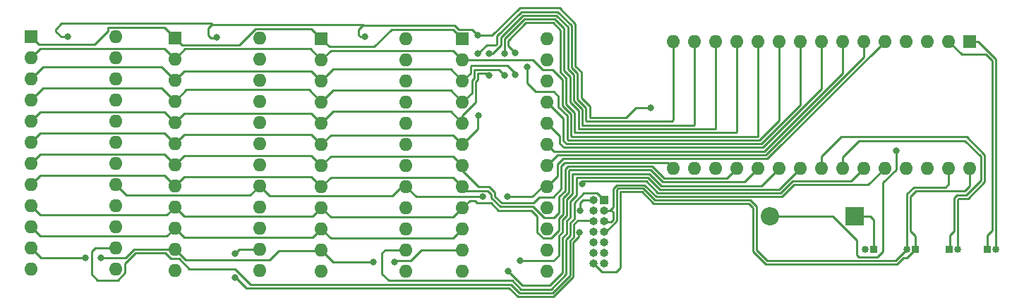
<source format=gbr>
%TF.GenerationSoftware,KiCad,Pcbnew,7.0.1-0*%
%TF.CreationDate,2023-12-21T15:42:22+00:00*%
%TF.ProjectId,orb,6f72622e-6b69-4636-9164-5f7063625858,rev?*%
%TF.SameCoordinates,Original*%
%TF.FileFunction,Copper,L2,Bot*%
%TF.FilePolarity,Positive*%
%FSLAX46Y46*%
G04 Gerber Fmt 4.6, Leading zero omitted, Abs format (unit mm)*
G04 Created by KiCad (PCBNEW 7.0.1-0) date 2023-12-21 15:42:22*
%MOMM*%
%LPD*%
G01*
G04 APERTURE LIST*
%TA.AperFunction,ComponentPad*%
%ADD10R,2.200000X2.200000*%
%TD*%
%TA.AperFunction,ComponentPad*%
%ADD11O,2.200000X2.200000*%
%TD*%
%TA.AperFunction,ComponentPad*%
%ADD12R,1.600000X1.600000*%
%TD*%
%TA.AperFunction,ComponentPad*%
%ADD13O,1.600000X1.600000*%
%TD*%
%TA.AperFunction,ComponentPad*%
%ADD14R,0.850000X0.850000*%
%TD*%
%TA.AperFunction,ComponentPad*%
%ADD15O,0.850000X0.850000*%
%TD*%
%TA.AperFunction,ComponentPad*%
%ADD16R,1.000000X1.000000*%
%TD*%
%TA.AperFunction,ComponentPad*%
%ADD17O,1.000000X1.000000*%
%TD*%
%TA.AperFunction,ViaPad*%
%ADD18C,0.800000*%
%TD*%
%TA.AperFunction,Conductor*%
%ADD19C,0.250000*%
%TD*%
G04 APERTURE END LIST*
D10*
%TO.P,D1,1,K*%
%TO.N,Net-(D1-K)*%
X193710000Y-75640000D03*
D11*
%TO.P,D1,2,A*%
%TO.N,Net-(D1-A)*%
X183550000Y-75640000D03*
%TD*%
D12*
%TO.P,E35,1,A2*%
%TO.N,Net-(E12-A2)*%
X146660522Y-54306393D03*
D13*
%TO.P,E35,2,A1*%
%TO.N,Net-(E12-A1)*%
X146660522Y-56846393D03*
%TO.P,E35,3,A0*%
%TO.N,Net-(E12-A0)*%
X146660522Y-59386393D03*
%TO.P,E35,4,D0*%
%TO.N,Net-(E12-D0)*%
X146660522Y-61926393D03*
%TO.P,E35,5,D1*%
%TO.N,Net-(E12-D1)*%
X146660522Y-64466393D03*
%TO.P,E35,6,D2*%
%TO.N,Net-(E12-D2)*%
X146660522Y-67006393D03*
%TO.P,E35,7,D3*%
%TO.N,Net-(E12-D3)*%
X146660522Y-69546393D03*
%TO.P,E35,8,D4*%
%TO.N,Net-(E12-D4)*%
X146660522Y-72086393D03*
%TO.P,E35,9,D5*%
%TO.N,Net-(E12-D5)*%
X146660522Y-74626393D03*
%TO.P,E35,10,D6*%
%TO.N,Net-(E12-D6)*%
X146660522Y-77166393D03*
%TO.P,E35,11,D7*%
%TO.N,Net-(E12-D7)*%
X146660522Y-79706393D03*
%TO.P,E35,12,V_{CC}*%
%TO.N,unconnected-(E35-V_{CC}-Pad12)*%
X146660522Y-82246393D03*
%TO.P,E35,13,PROGRAM*%
%TO.N,unconnected-(E35-PROGRAM-Pad13)*%
X156820522Y-82246393D03*
%TO.P,E35,14,~{CS}*%
%TO.N,unconnected-(E35-~{CS}-Pad14)*%
X156820522Y-79706393D03*
%TO.P,E35,15,V_{BB}*%
%TO.N,unconnected-(E35-V_{BB}-Pad15)*%
X156820522Y-77166393D03*
%TO.P,E35,16,V_{GG}*%
%TO.N,unconnected-(E35-V_{GG}-Pad16)*%
X156820522Y-74626393D03*
%TO.P,E35,17,A7*%
%TO.N,Net-(E12-A7)*%
X156820522Y-72086393D03*
%TO.P,E35,18,A6*%
%TO.N,Net-(E12-A6)*%
X156820522Y-69546393D03*
%TO.P,E35,19,A5*%
%TO.N,Net-(E12-A5)*%
X156820522Y-67006393D03*
%TO.P,E35,20,A4*%
%TO.N,Net-(E12-A4)*%
X156820522Y-64466393D03*
%TO.P,E35,21,A3*%
%TO.N,Net-(E12-A3)*%
X156820522Y-61926393D03*
%TO.P,E35,22,V_{CC}*%
%TO.N,unconnected-(E35-V_{CC}-Pad22)*%
X156820522Y-59386393D03*
%TO.P,E35,23,V_{CC}*%
%TO.N,unconnected-(E35-V_{CC}-Pad23)*%
X156820522Y-56846393D03*
%TO.P,E35,24,V_{DO}*%
%TO.N,Net-(D1-A)*%
X156820522Y-54306393D03*
%TD*%
D12*
%TO.P,E6,1,A2*%
%TO.N,Net-(E12-A2)*%
X94900522Y-54056393D03*
D13*
%TO.P,E6,2,A1*%
%TO.N,Net-(E12-A1)*%
X94900522Y-56596393D03*
%TO.P,E6,3,A0*%
%TO.N,Net-(E12-A0)*%
X94900522Y-59136393D03*
%TO.P,E6,4,D0*%
%TO.N,Net-(E12-D0)*%
X94900522Y-61676393D03*
%TO.P,E6,5,D1*%
%TO.N,Net-(E12-D1)*%
X94900522Y-64216393D03*
%TO.P,E6,6,D2*%
%TO.N,Net-(E12-D2)*%
X94900522Y-66756393D03*
%TO.P,E6,7,D3*%
%TO.N,Net-(E12-D3)*%
X94900522Y-69296393D03*
%TO.P,E6,8,D4*%
%TO.N,Net-(E12-D4)*%
X94900522Y-71836393D03*
%TO.P,E6,9,D5*%
%TO.N,Net-(E12-D5)*%
X94900522Y-74376393D03*
%TO.P,E6,10,D6*%
%TO.N,Net-(E12-D6)*%
X94900522Y-76916393D03*
%TO.P,E6,11,D7*%
%TO.N,Net-(E12-D7)*%
X94900522Y-79456393D03*
%TO.P,E6,12,V_{CC}*%
%TO.N,unconnected-(E6-V_{CC}-Pad12)*%
X94900522Y-81996393D03*
%TO.P,E6,13,PROGRAM*%
%TO.N,unconnected-(E6-PROGRAM-Pad13)*%
X105060522Y-81996393D03*
%TO.P,E6,14,~{CS}*%
%TO.N,Net-(E6-~{CS})*%
X105060522Y-79456393D03*
%TO.P,E6,15,V_{BB}*%
%TO.N,unconnected-(E6-V_{BB}-Pad15)*%
X105060522Y-76916393D03*
%TO.P,E6,16,V_{GG}*%
%TO.N,unconnected-(E6-V_{GG}-Pad16)*%
X105060522Y-74376393D03*
%TO.P,E6,17,A7*%
%TO.N,Net-(E12-A7)*%
X105060522Y-71836393D03*
%TO.P,E6,18,A6*%
%TO.N,Net-(E12-A6)*%
X105060522Y-69296393D03*
%TO.P,E6,19,A5*%
%TO.N,Net-(E12-A5)*%
X105060522Y-66756393D03*
%TO.P,E6,20,A4*%
%TO.N,Net-(E12-A4)*%
X105060522Y-64216393D03*
%TO.P,E6,21,A3*%
%TO.N,Net-(E12-A3)*%
X105060522Y-61676393D03*
%TO.P,E6,22,V_{CC}*%
%TO.N,unconnected-(E6-V_{CC}-Pad22)*%
X105060522Y-59136393D03*
%TO.P,E6,23,V_{CC}*%
%TO.N,unconnected-(E6-V_{CC}-Pad23)*%
X105060522Y-56596393D03*
%TO.P,E6,24,V_{DO}*%
%TO.N,Net-(D1-A)*%
X105060522Y-54056393D03*
%TD*%
D12*
%TO.P,E20,1,A2*%
%TO.N,Net-(E12-A2)*%
X129730522Y-54296393D03*
D13*
%TO.P,E20,2,A1*%
%TO.N,Net-(E12-A1)*%
X129730522Y-56836393D03*
%TO.P,E20,3,A0*%
%TO.N,Net-(E12-A0)*%
X129730522Y-59376393D03*
%TO.P,E20,4,D0*%
%TO.N,Net-(E12-D0)*%
X129730522Y-61916393D03*
%TO.P,E20,5,D1*%
%TO.N,Net-(E12-D1)*%
X129730522Y-64456393D03*
%TO.P,E20,6,D2*%
%TO.N,Net-(E12-D2)*%
X129730522Y-66996393D03*
%TO.P,E20,7,D3*%
%TO.N,Net-(E12-D3)*%
X129730522Y-69536393D03*
%TO.P,E20,8,D4*%
%TO.N,Net-(E12-D4)*%
X129730522Y-72076393D03*
%TO.P,E20,9,D5*%
%TO.N,Net-(E12-D5)*%
X129730522Y-74616393D03*
%TO.P,E20,10,D6*%
%TO.N,Net-(E12-D6)*%
X129730522Y-77156393D03*
%TO.P,E20,11,D7*%
%TO.N,Net-(E12-D7)*%
X129730522Y-79696393D03*
%TO.P,E20,12,V_{CC}*%
%TO.N,unconnected-(E20-V_{CC}-Pad12)*%
X129730522Y-82236393D03*
%TO.P,E20,13,PROGRAM*%
%TO.N,unconnected-(E20-PROGRAM-Pad13)*%
X139890522Y-82236393D03*
%TO.P,E20,14,~{CS}*%
%TO.N,Net-(E20-~{CS})*%
X139890522Y-79696393D03*
%TO.P,E20,15,V_{BB}*%
%TO.N,unconnected-(E20-V_{BB}-Pad15)*%
X139890522Y-77156393D03*
%TO.P,E20,16,V_{GG}*%
%TO.N,unconnected-(E20-V_{GG}-Pad16)*%
X139890522Y-74616393D03*
%TO.P,E20,17,A7*%
%TO.N,Net-(E12-A7)*%
X139890522Y-72076393D03*
%TO.P,E20,18,A6*%
%TO.N,Net-(E12-A6)*%
X139890522Y-69536393D03*
%TO.P,E20,19,A5*%
%TO.N,Net-(E12-A5)*%
X139890522Y-66996393D03*
%TO.P,E20,20,A4*%
%TO.N,Net-(E12-A4)*%
X139890522Y-64456393D03*
%TO.P,E20,21,A3*%
%TO.N,Net-(E12-A3)*%
X139890522Y-61916393D03*
%TO.P,E20,22,V_{CC}*%
%TO.N,unconnected-(E20-V_{CC}-Pad22)*%
X139890522Y-59376393D03*
%TO.P,E20,23,V_{CC}*%
%TO.N,unconnected-(E20-V_{CC}-Pad23)*%
X139890522Y-56836393D03*
%TO.P,E20,24,V_{DO}*%
%TO.N,Net-(D1-A)*%
X139890522Y-54296393D03*
%TD*%
D14*
%TO.P,J1,1,Pin_1*%
%TO.N,Net-(J1-Pin_1)*%
X200990522Y-79606393D03*
D15*
%TO.P,J1,2,Pin_2*%
%TO.N,Net-(J1-Pin_2)*%
X199990522Y-79606393D03*
%TD*%
D14*
%TO.P,J2,1,Pin_1*%
%TO.N,Net-(J2-Pin_1)*%
X209660522Y-79596393D03*
D15*
%TO.P,J2,2,Pin_2*%
%TO.N,Net-(J2-Pin_2)*%
X210660522Y-79596393D03*
%TD*%
D12*
%TO.P,E12,1,A2*%
%TO.N,Net-(E12-A2)*%
X112150522Y-54216393D03*
D13*
%TO.P,E12,2,A1*%
%TO.N,Net-(E12-A1)*%
X112150522Y-56756393D03*
%TO.P,E12,3,A0*%
%TO.N,Net-(E12-A0)*%
X112150522Y-59296393D03*
%TO.P,E12,4,D0*%
%TO.N,Net-(E12-D0)*%
X112150522Y-61836393D03*
%TO.P,E12,5,D1*%
%TO.N,Net-(E12-D1)*%
X112150522Y-64376393D03*
%TO.P,E12,6,D2*%
%TO.N,Net-(E12-D2)*%
X112150522Y-66916393D03*
%TO.P,E12,7,D3*%
%TO.N,Net-(E12-D3)*%
X112150522Y-69456393D03*
%TO.P,E12,8,D4*%
%TO.N,Net-(E12-D4)*%
X112150522Y-71996393D03*
%TO.P,E12,9,D5*%
%TO.N,Net-(E12-D5)*%
X112150522Y-74536393D03*
%TO.P,E12,10,D6*%
%TO.N,Net-(E12-D6)*%
X112150522Y-77076393D03*
%TO.P,E12,11,D7*%
%TO.N,Net-(E12-D7)*%
X112150522Y-79616393D03*
%TO.P,E12,12,V_{CC}*%
%TO.N,unconnected-(E12-V_{CC}-Pad12)*%
X112150522Y-82156393D03*
%TO.P,E12,13,PROGRAM*%
%TO.N,unconnected-(E12-PROGRAM-Pad13)*%
X122310522Y-82156393D03*
%TO.P,E12,14,~{CS}*%
%TO.N,Net-(E12-~{CS})*%
X122310522Y-79616393D03*
%TO.P,E12,15,V_{BB}*%
%TO.N,unconnected-(E12-V_{BB}-Pad15)*%
X122310522Y-77076393D03*
%TO.P,E12,16,V_{GG}*%
%TO.N,unconnected-(E12-V_{GG}-Pad16)*%
X122310522Y-74536393D03*
%TO.P,E12,17,A7*%
%TO.N,Net-(E12-A7)*%
X122310522Y-71996393D03*
%TO.P,E12,18,A6*%
%TO.N,Net-(E12-A6)*%
X122310522Y-69456393D03*
%TO.P,E12,19,A5*%
%TO.N,Net-(E12-A5)*%
X122310522Y-66916393D03*
%TO.P,E12,20,A4*%
%TO.N,Net-(E12-A4)*%
X122310522Y-64376393D03*
%TO.P,E12,21,A3*%
%TO.N,Net-(E12-A3)*%
X122310522Y-61836393D03*
%TO.P,E12,22,V_{CC}*%
%TO.N,unconnected-(E12-V_{CC}-Pad22)*%
X122310522Y-59296393D03*
%TO.P,E12,23,V_{CC}*%
%TO.N,unconnected-(E12-V_{CC}-Pad23)*%
X122310522Y-56756393D03*
%TO.P,E12,24,V_{DO}*%
%TO.N,Net-(D1-A)*%
X122310522Y-54216393D03*
%TD*%
D14*
%TO.P,J4,1,Pin_1*%
%TO.N,Net-(D1-K)*%
X195990000Y-79650000D03*
D15*
%TO.P,J4,2,Pin_2*%
%TO.N,Net-(D1-A)*%
X194990000Y-79650000D03*
%TD*%
D16*
%TO.P,U3,1*%
%TO.N,Net-(E20-~{CS})*%
X163650522Y-73696393D03*
D17*
%TO.P,U3,2*%
%TO.N,Net-(E12-~{CS})*%
X162380522Y-73696393D03*
%TO.P,U3,3*%
%TO.N,Net-(U1-A7{slash}D21)*%
X163650522Y-74966393D03*
%TO.P,U3,4*%
%TO.N,Net-(U1-A6{slash}D20)*%
X162380522Y-74966393D03*
%TO.P,U3,5*%
%TO.N,Net-(U1-A7{slash}D21)*%
X163650522Y-76236393D03*
%TO.P,U3,6*%
%TO.N,Net-(E6-~{CS})*%
X162380522Y-76236393D03*
%TO.P,U3,7,VSS*%
%TO.N,Net-(J1-Pin_2)*%
X163650522Y-77506393D03*
%TO.P,U3,8*%
%TO.N,N/C*%
X162380522Y-77506393D03*
%TO.P,U3,9*%
X163650522Y-78776393D03*
%TO.P,U3,10*%
X162380522Y-78776393D03*
%TO.P,U3,11*%
X163650522Y-80046393D03*
%TO.P,U3,12*%
X162380522Y-80046393D03*
%TO.P,U3,13*%
X163650522Y-81316393D03*
%TO.P,U3,14,VDD*%
%TO.N,Net-(J1-Pin_1)*%
X162380522Y-81316393D03*
%TD*%
D12*
%TO.P,U1,1,D1/TX*%
%TO.N,Net-(J2-Pin_2)*%
X207520522Y-54626393D03*
D13*
%TO.P,U1,2,D0/RX*%
%TO.N,Net-(J2-Pin_1)*%
X204980522Y-54626393D03*
%TO.P,U1,3,~{RESET}*%
%TO.N,unconnected-(U1-~{RESET}-Pad3)*%
X202440522Y-54626393D03*
%TO.P,U1,4,GND*%
%TO.N,unconnected-(U1-GND-Pad4)*%
X199900522Y-54626393D03*
%TO.P,U1,5,D2*%
%TO.N,Net-(E12-A7)*%
X197360522Y-54626393D03*
%TO.P,U1,6,~D3*%
%TO.N,Net-(E12-A6)*%
X194820522Y-54626393D03*
%TO.P,U1,7,D4*%
%TO.N,Net-(E12-A5)*%
X192280522Y-54626393D03*
%TO.P,U1,8,~D5*%
%TO.N,Net-(E12-A4)*%
X189740522Y-54626393D03*
%TO.P,U1,9,~D6*%
%TO.N,Net-(E12-A3)*%
X187200522Y-54626393D03*
%TO.P,U1,10,D7*%
%TO.N,Net-(E12-A2)*%
X184660522Y-54626393D03*
%TO.P,U1,11,D8*%
%TO.N,Net-(E12-A1)*%
X182120522Y-54626393D03*
%TO.P,U1,12,~D9*%
%TO.N,Net-(E12-A0)*%
X179580522Y-54626393D03*
%TO.P,U1,13,~D10*%
%TO.N,Net-(E12-D0)*%
X177040522Y-54626393D03*
%TO.P,U1,14,~D11*%
%TO.N,Net-(E12-D1)*%
X174500522Y-54626393D03*
%TO.P,U1,15,D12*%
%TO.N,Net-(E12-D2)*%
X171960522Y-54626393D03*
%TO.P,U1,16,D13*%
%TO.N,Net-(E12-D3)*%
X171960522Y-69866393D03*
%TO.P,U1,17,3V3*%
%TO.N,unconnected-(U1-3V3-Pad17)*%
X174500522Y-69866393D03*
%TO.P,U1,18,AREF*%
%TO.N,unconnected-(U1-AREF-Pad18)*%
X177040522Y-69866393D03*
%TO.P,U1,19,A0/D14*%
%TO.N,Net-(E12-D4)*%
X179580522Y-69866393D03*
%TO.P,U1,20,A1/D15*%
%TO.N,Net-(E12-D5)*%
X182120522Y-69866393D03*
%TO.P,U1,21,A2/D16*%
%TO.N,Net-(E12-D6)*%
X184660522Y-69866393D03*
%TO.P,U1,22,A3/D17*%
%TO.N,Net-(E12-D7)*%
X187200522Y-69866393D03*
%TO.P,U1,23,A4/D18*%
%TO.N,Net-(J3-Pin_2)*%
X189740522Y-69866393D03*
%TO.P,U1,24,A5/D19*%
%TO.N,Net-(J3-Pin_1)*%
X192280522Y-69866393D03*
%TO.P,U1,25,A6/D20*%
%TO.N,Net-(U1-A6{slash}D20)*%
X194820522Y-69866393D03*
%TO.P,U1,26,A7/D21*%
%TO.N,Net-(U1-A7{slash}D21)*%
X197360522Y-69866393D03*
%TO.P,U1,27,+5V*%
%TO.N,unconnected-(U1-+5V-Pad27)*%
X199900522Y-69866393D03*
%TO.P,U1,28,~{RESET}*%
%TO.N,unconnected-(U1-~{RESET}-Pad28)*%
X202440522Y-69866393D03*
%TO.P,U1,29,GND*%
%TO.N,Net-(J1-Pin_2)*%
X204980522Y-69866393D03*
%TO.P,U1,30,VIN*%
%TO.N,Net-(J1-Pin_1)*%
X207520522Y-69866393D03*
%TD*%
D14*
%TO.P,J3,1,Pin_1*%
%TO.N,Net-(J3-Pin_1)*%
X205060522Y-79606393D03*
D15*
%TO.P,J3,2,Pin_2*%
%TO.N,Net-(J3-Pin_2)*%
X206060522Y-79606393D03*
%TD*%
D18*
%TO.N,Net-(U1-A6{slash}D20)*%
X161045022Y-71715893D03*
%TO.N,Net-(E12-A2)*%
X154450522Y-57676393D03*
%TO.N,Net-(E12-A0)*%
X152990522Y-55996393D03*
X152960522Y-58656393D03*
%TO.N,Net-(E12-D0)*%
X151710522Y-56086393D03*
X151700522Y-58686393D03*
%TO.N,Net-(E12-D1)*%
X149810522Y-58730893D03*
X149830522Y-56086393D03*
%TO.N,Net-(E12-D2)*%
X148557821Y-63509094D03*
X148490522Y-56106393D03*
%TO.N,Net-(E12-D6)*%
X153560522Y-81016393D03*
%TO.N,Net-(E12-D7)*%
X103280522Y-80676393D03*
X135955522Y-81111393D03*
X138465522Y-81111393D03*
X101416022Y-80676393D03*
X152100522Y-82216393D03*
%TO.N,Net-(E12-A7)*%
X149050522Y-73306393D03*
X152010522Y-73306393D03*
%TO.N,Net-(D1-A)*%
X198670000Y-67780000D03*
X169260000Y-62600000D03*
X99320522Y-54056393D03*
X134960522Y-54086393D03*
X117160522Y-54106393D03*
X148520522Y-53916393D03*
%TO.N,Net-(E12-~{CS})*%
X160735022Y-74945022D03*
X119350522Y-82976393D03*
X119350522Y-80166393D03*
X160715022Y-77590000D03*
%TD*%
D19*
%TO.N,Net-(D1-K)*%
X195990000Y-76100000D02*
X195530000Y-75640000D01*
X195530000Y-75640000D02*
X193710000Y-75640000D01*
X195990000Y-79650000D02*
X195990000Y-76100000D01*
%TO.N,Net-(U1-A6{slash}D20)*%
X193260522Y-71426393D02*
X186276918Y-71426393D01*
X184836918Y-72866393D02*
X170124938Y-72866393D01*
X186276918Y-71426393D02*
X184836918Y-72866393D01*
X168699938Y-71441393D02*
X160935522Y-71441393D01*
X160935522Y-71606393D02*
X161045022Y-71715893D01*
X170124938Y-72866393D02*
X168699938Y-71441393D01*
X194820522Y-69866393D02*
X193260522Y-71426393D01*
X160935522Y-71441393D02*
X160935522Y-71606393D01*
%TO.N,Net-(U1-A7{slash}D21)*%
X164300522Y-74946393D02*
X164496393Y-74946393D01*
X168513542Y-71891393D02*
X165155522Y-71891393D01*
X164496393Y-74946393D02*
X164720000Y-75170000D01*
X185023314Y-73316393D02*
X169938542Y-73316393D01*
X164520000Y-76290000D02*
X163704129Y-76290000D01*
X164720000Y-75170000D02*
X164720000Y-76090000D01*
X165155522Y-71891393D02*
X164730522Y-72316393D01*
X163650522Y-74966393D02*
X163670522Y-74946393D01*
X186463314Y-71876393D02*
X185023314Y-73316393D01*
X164730522Y-74516393D02*
X164300522Y-74946393D01*
X164720000Y-76090000D02*
X164520000Y-76290000D01*
X169938542Y-73316393D02*
X168513542Y-71891393D01*
X197360522Y-69866393D02*
X195350522Y-71876393D01*
X164730522Y-72316393D02*
X164730522Y-74516393D01*
X195350522Y-71876393D02*
X186463314Y-71876393D01*
X163704129Y-76290000D02*
X163650522Y-76236393D01*
X163670522Y-74946393D02*
X164300522Y-74946393D01*
%TO.N,Net-(E12-A2)*%
X112150522Y-54216393D02*
X110865522Y-52931393D01*
X158170522Y-62486393D02*
X158170522Y-61216393D01*
X128525522Y-53091393D02*
X121844531Y-53091393D01*
X113011513Y-55077384D02*
X112150522Y-54216393D01*
X110865522Y-52931393D02*
X104165522Y-52931393D01*
X182313542Y-66491393D02*
X159311918Y-66491393D01*
X102504531Y-55021393D02*
X99210522Y-55021393D01*
X154450522Y-59686393D02*
X154450522Y-57676393D01*
X159230522Y-63546393D02*
X158170522Y-62486393D01*
X129730522Y-54296393D02*
X128525522Y-53091393D01*
X104165522Y-53360402D02*
X102504531Y-55021393D01*
X99980522Y-55021393D02*
X95865522Y-55021393D01*
X138160522Y-53171393D02*
X136070522Y-55261393D01*
X130695522Y-55261393D02*
X129730522Y-54296393D01*
X119858540Y-55077384D02*
X116010522Y-55077384D01*
X95865522Y-55021393D02*
X94900522Y-54056393D01*
X155440522Y-60676393D02*
X154450522Y-59686393D01*
X146660522Y-54306393D02*
X145525522Y-53171393D01*
X121844531Y-53091393D02*
X119858540Y-55077384D01*
X145525522Y-53171393D02*
X138160522Y-53171393D01*
X116890522Y-55077384D02*
X113011513Y-55077384D01*
X184660522Y-64144413D02*
X182313542Y-66491393D01*
X159311918Y-66491393D02*
X159230522Y-66409997D01*
X184660522Y-54626393D02*
X184660522Y-64144413D01*
X136070522Y-55261393D02*
X130695522Y-55261393D01*
X104165522Y-52931393D02*
X104165522Y-53360402D01*
X159230522Y-66409997D02*
X159230522Y-63546393D01*
X158170522Y-61216393D02*
X157630522Y-60676393D01*
X157630522Y-60676393D02*
X155440522Y-60676393D01*
%TO.N,Net-(E12-A1)*%
X145525522Y-55711393D02*
X130855522Y-55711393D01*
X112150522Y-56756393D02*
X110865522Y-55471393D01*
X182120522Y-66016393D02*
X182095522Y-66041393D01*
X159735522Y-66041393D02*
X159680522Y-65986393D01*
X158658720Y-62338195D02*
X158658720Y-59214591D01*
X182095522Y-66041393D02*
X159735522Y-66041393D01*
X128421513Y-55527384D02*
X113379531Y-55527384D01*
X159680522Y-65986393D02*
X159680522Y-63359997D01*
X155070022Y-56845893D02*
X146661022Y-56845893D01*
X157490522Y-58046393D02*
X156270522Y-58046393D01*
X158658720Y-59214591D02*
X157490522Y-58046393D01*
X146661022Y-56845893D02*
X146660522Y-56846393D01*
X146660522Y-56846393D02*
X145525522Y-55711393D01*
X156270522Y-58046393D02*
X155070022Y-56845893D01*
X96025522Y-55471393D02*
X94900522Y-56596393D01*
X110865522Y-55471393D02*
X96025522Y-55471393D01*
X113379531Y-55527384D02*
X112150522Y-56756393D01*
X129730522Y-56836393D02*
X128421513Y-55527384D01*
X130855522Y-55711393D02*
X129730522Y-56836393D01*
X159680522Y-63359997D02*
X158658720Y-62338195D01*
X182120522Y-54626393D02*
X182120522Y-66016393D01*
%TO.N,Net-(E12-A0)*%
X179580522Y-54626393D02*
X179580522Y-65476393D01*
X160165522Y-65591393D02*
X160130522Y-65556393D01*
X129730522Y-59376393D02*
X128525522Y-58171393D01*
X159108720Y-62151799D02*
X159108720Y-59028195D01*
X154280522Y-52406393D02*
X152160522Y-54526393D01*
X158400522Y-58319997D02*
X158400522Y-53266393D01*
X179465522Y-65591393D02*
X160165522Y-65591393D01*
X152030522Y-57556393D02*
X152960522Y-58486393D01*
X157540522Y-52406393D02*
X154280522Y-52406393D01*
X96315522Y-57721393D02*
X94900522Y-59136393D01*
X147620522Y-57636393D02*
X147700522Y-57556393D01*
X158400522Y-53266393D02*
X157540522Y-52406393D01*
X159108720Y-59028195D02*
X158400522Y-58319997D01*
X146660522Y-59386393D02*
X145235522Y-57961393D01*
X145235522Y-57961393D02*
X131145522Y-57961393D01*
X152960522Y-58486393D02*
X152960522Y-58656393D01*
X110575522Y-57721393D02*
X96315522Y-57721393D01*
X147620522Y-58426393D02*
X147620522Y-57636393D01*
X131145522Y-57961393D02*
X129730522Y-59376393D01*
X128525522Y-58171393D02*
X113275522Y-58171393D01*
X147700522Y-57556393D02*
X152030522Y-57556393D01*
X113275522Y-58171393D02*
X112150522Y-59296393D01*
X152160522Y-54526393D02*
X152160522Y-55166393D01*
X160130522Y-63173601D02*
X159108720Y-62151799D01*
X152160522Y-55166393D02*
X152990522Y-55996393D01*
X160130522Y-65556393D02*
X160130522Y-63173601D01*
X112150522Y-59296393D02*
X110575522Y-57721393D01*
X179580522Y-65476393D02*
X179465522Y-65591393D01*
X146660522Y-59386393D02*
X147620522Y-58426393D01*
%TO.N,Net-(E12-D0)*%
X112150522Y-61836393D02*
X110575522Y-60261393D01*
X113565522Y-60421393D02*
X112150522Y-61836393D01*
X158850522Y-53079997D02*
X157726918Y-51956393D01*
X146660522Y-61926393D02*
X147785522Y-60801393D01*
X146660522Y-61926393D02*
X145235522Y-60501393D01*
X110575522Y-60261393D02*
X96315522Y-60261393D01*
X147785522Y-59296393D02*
X148070522Y-59011393D01*
X158850522Y-53936393D02*
X158850522Y-53079997D01*
X151710522Y-54339997D02*
X151710522Y-56086393D01*
X154094126Y-51956393D02*
X151710522Y-54339997D01*
X145235522Y-60501393D02*
X131145522Y-60501393D01*
X147785522Y-60801393D02*
X147785522Y-59296393D01*
X131145522Y-60501393D02*
X129730522Y-61916393D01*
X160580522Y-62987205D02*
X159558720Y-61965403D01*
X148070522Y-59011393D02*
X148070522Y-58006393D01*
X96315522Y-60261393D02*
X94900522Y-61676393D01*
X159558720Y-58841799D02*
X158850522Y-58133601D01*
X177040522Y-65111393D02*
X177010522Y-65141393D01*
X151020522Y-58006393D02*
X151700522Y-58686393D01*
X157726918Y-51956393D02*
X154094126Y-51956393D01*
X148070522Y-58006393D02*
X151020522Y-58006393D01*
X159558720Y-61965403D02*
X159558720Y-58841799D01*
X129730522Y-61916393D02*
X128235522Y-60421393D01*
X160580522Y-65116393D02*
X160580522Y-62987205D01*
X177040522Y-54626393D02*
X177040522Y-65111393D01*
X158850522Y-58133601D02*
X158850522Y-53936393D01*
X128235522Y-60421393D02*
X113565522Y-60421393D01*
X177010522Y-65141393D02*
X160605522Y-65141393D01*
X160605522Y-65141393D02*
X160580522Y-65116393D01*
%TO.N,Net-(E12-D1)*%
X159300522Y-52893601D02*
X157913314Y-51506393D01*
X131145522Y-63041393D02*
X129730522Y-64456393D01*
X148235522Y-59482789D02*
X148235522Y-61942384D01*
X96025522Y-63091393D02*
X94900522Y-64216393D01*
X153907730Y-51506393D02*
X151260522Y-54153601D01*
X151260522Y-54153601D02*
X151260522Y-55106393D01*
X146660522Y-64466393D02*
X145235522Y-63041393D01*
X160008720Y-61779007D02*
X160008720Y-58655403D01*
X146660522Y-63517384D02*
X146660522Y-64466393D01*
X150280522Y-56086393D02*
X149830522Y-56086393D01*
X110865522Y-63091393D02*
X96025522Y-63091393D01*
X161030522Y-62800809D02*
X160008720Y-61779007D01*
X145235522Y-63041393D02*
X131145522Y-63041393D01*
X174500522Y-64626393D02*
X174435522Y-64691393D01*
X112150522Y-64376393D02*
X110865522Y-63091393D01*
X148520522Y-58456393D02*
X148520522Y-59197789D01*
X161035522Y-64691393D02*
X161030522Y-64686393D01*
X128525522Y-63251393D02*
X113275522Y-63251393D01*
X151260522Y-55106393D02*
X150280522Y-56086393D01*
X148520522Y-59197789D02*
X148235522Y-59482789D01*
X149810522Y-58730893D02*
X149810522Y-58696393D01*
X161030522Y-64686393D02*
X161030522Y-62800809D01*
X159300522Y-57947205D02*
X159300522Y-52893601D01*
X129730522Y-64456393D02*
X128525522Y-63251393D01*
X113275522Y-63251393D02*
X112150522Y-64376393D01*
X157913314Y-51506393D02*
X153907730Y-51506393D01*
X149570522Y-58456393D02*
X148520522Y-58456393D01*
X174500522Y-54626393D02*
X174500522Y-64626393D01*
X148235522Y-61942384D02*
X146660522Y-63517384D01*
X174435522Y-64691393D02*
X161035522Y-64691393D01*
X160008720Y-58655403D02*
X159300522Y-57947205D01*
X149810522Y-58696393D02*
X149570522Y-58456393D01*
%TO.N,Net-(E12-D2)*%
X129730522Y-66996393D02*
X128525522Y-65791393D01*
X171775522Y-64241393D02*
X168820522Y-64241393D01*
X158099710Y-51056393D02*
X153721334Y-51056393D01*
X171960522Y-54626393D02*
X171960522Y-62886393D01*
X161480522Y-64166393D02*
X161480522Y-62614413D01*
X160458720Y-58469007D02*
X159750522Y-57760809D01*
X159750522Y-53586393D02*
X159750522Y-52707205D01*
X148500522Y-65166393D02*
X148500522Y-63566393D01*
X153721334Y-51056393D02*
X150810522Y-53967205D01*
X96025522Y-65631393D02*
X94900522Y-66756393D01*
X161480522Y-62614413D02*
X160458720Y-61592611D01*
X146660522Y-67006393D02*
X145525522Y-65871393D01*
X113275522Y-65791393D02*
X112150522Y-66916393D01*
X171960522Y-62886393D02*
X171960522Y-64056393D01*
X145525522Y-65871393D02*
X130855522Y-65871393D01*
X150810522Y-53967205D02*
X150810522Y-54906393D01*
X150680522Y-55036393D02*
X149560522Y-55036393D01*
X148500522Y-63566393D02*
X148557821Y-63509094D01*
X128525522Y-65791393D02*
X113275522Y-65791393D01*
X159750522Y-57760809D02*
X159750522Y-53586393D01*
X130855522Y-65871393D02*
X129730522Y-66996393D01*
X159750522Y-52707205D02*
X158099710Y-51056393D01*
X161555522Y-64241393D02*
X161480522Y-64166393D01*
X150810522Y-54906393D02*
X150680522Y-55036393D01*
X168820522Y-64241393D02*
X162195522Y-64241393D01*
X162195522Y-64241393D02*
X161555522Y-64241393D01*
X112150522Y-66916393D02*
X110865522Y-65631393D01*
X159750522Y-54956393D02*
X159750522Y-52707205D01*
X110865522Y-65631393D02*
X96025522Y-65631393D01*
X146660522Y-67006393D02*
X148500522Y-65166393D01*
X160458720Y-61592611D02*
X160458720Y-58469007D01*
X171960522Y-64056393D02*
X171775522Y-64241393D01*
X149560522Y-55036393D02*
X148490522Y-56106393D01*
%TO.N,Net-(E12-D3)*%
X157530522Y-73376393D02*
X155830522Y-73376393D01*
X96025522Y-68171393D02*
X94900522Y-69296393D01*
X148615522Y-72131393D02*
X146660522Y-70176393D01*
X158520522Y-69602789D02*
X158520522Y-72386393D01*
X146660522Y-69546393D02*
X145525522Y-68411393D01*
X146660522Y-70176393D02*
X146660522Y-69546393D01*
X149881918Y-72131393D02*
X148615522Y-72131393D01*
X158931918Y-69191393D02*
X158520522Y-69602789D01*
X150560522Y-73236393D02*
X150560522Y-72809997D01*
X150560522Y-72809997D02*
X149881918Y-72131393D01*
X155830522Y-73376393D02*
X155175522Y-74031393D01*
X128525522Y-68331393D02*
X113275522Y-68331393D01*
X151355522Y-74031393D02*
X150560522Y-73236393D01*
X145525522Y-68411393D02*
X130855522Y-68411393D01*
X113275522Y-68331393D02*
X112150522Y-69456393D01*
X129730522Y-69536393D02*
X128525522Y-68331393D01*
X112150522Y-69456393D02*
X110865522Y-68171393D01*
X130855522Y-68411393D02*
X129730522Y-69536393D01*
X158520522Y-72386393D02*
X157530522Y-73376393D01*
X155175522Y-74031393D02*
X151355522Y-74031393D01*
X110865522Y-68171393D02*
X96025522Y-68171393D01*
X171285522Y-69191393D02*
X158931918Y-69191393D01*
X171960522Y-69866393D02*
X171285522Y-69191393D01*
%TO.N,Net-(E12-D4)*%
X157620522Y-75846393D02*
X156449531Y-75846393D01*
X96025522Y-70711393D02*
X94900522Y-71836393D01*
X155084531Y-74481393D02*
X151169126Y-74481393D01*
X149695522Y-72581393D02*
X147155522Y-72581393D01*
X145525522Y-70951393D02*
X130855522Y-70951393D01*
X130855522Y-70951393D02*
X129730522Y-72076393D01*
X159325522Y-69641393D02*
X158970522Y-69996393D01*
X147155522Y-72581393D02*
X146660522Y-72086393D01*
X110865522Y-70711393D02*
X96025522Y-70711393D01*
X113275522Y-70871393D02*
X112150522Y-71996393D01*
X150110522Y-72996393D02*
X149695522Y-72581393D01*
X178380522Y-71066393D02*
X170870522Y-71066393D01*
X158970522Y-72572789D02*
X158260522Y-73282789D01*
X155180522Y-74577384D02*
X155084531Y-74481393D01*
X179580522Y-69866393D02*
X178380522Y-71066393D01*
X158260522Y-75206393D02*
X157620522Y-75846393D01*
X112150522Y-71996393D02*
X110865522Y-70711393D01*
X158970522Y-69996393D02*
X158970522Y-72572789D01*
X151169126Y-74481393D02*
X150110522Y-73422789D01*
X150110522Y-73422789D02*
X150110522Y-72996393D01*
X169445522Y-69641393D02*
X159325522Y-69641393D01*
X129730522Y-72076393D02*
X128525522Y-70871393D01*
X158260522Y-73282789D02*
X158260522Y-75206393D01*
X156449531Y-75846393D02*
X155180522Y-74577384D01*
X146660522Y-72086393D02*
X145525522Y-70951393D01*
X128525522Y-70871393D02*
X113275522Y-70871393D01*
X170870522Y-71066393D02*
X169445522Y-69641393D01*
%TO.N,Net-(E12-D5)*%
X148445522Y-74021393D02*
X148180522Y-73756393D01*
X112150522Y-74536393D02*
X111185522Y-75501393D01*
X155620522Y-75653780D02*
X154898135Y-74931393D01*
X159420522Y-70182789D02*
X159420522Y-72759185D01*
X155620522Y-77557384D02*
X155620522Y-75653780D01*
X145545522Y-75741393D02*
X130855522Y-75741393D01*
X156354531Y-78291393D02*
X155620522Y-77557384D01*
X148445522Y-74031393D02*
X148445522Y-74021393D01*
X159420522Y-72759185D02*
X158710522Y-73469185D01*
X146660522Y-74626393D02*
X145545522Y-75741393D01*
X113275522Y-75661393D02*
X112150522Y-74536393D01*
X180470522Y-71516393D02*
X170684126Y-71516393D01*
X158240522Y-77366393D02*
X157315522Y-78291393D01*
X157250522Y-78291393D02*
X156354531Y-78291393D01*
X182120522Y-69866393D02*
X180470522Y-71516393D01*
X169259126Y-70091393D02*
X159511918Y-70091393D01*
X129730522Y-74616393D02*
X128685522Y-75661393D01*
X170684126Y-71516393D02*
X169259126Y-70091393D01*
X159511918Y-70091393D02*
X159420522Y-70182789D01*
X158710522Y-75392789D02*
X158240522Y-75862789D01*
X130855522Y-75741393D02*
X129730522Y-74616393D01*
X111185522Y-75501393D02*
X96025522Y-75501393D01*
X157315522Y-78291393D02*
X157250522Y-78291393D01*
X128685522Y-75661393D02*
X113275522Y-75661393D01*
X158240522Y-75862789D02*
X158240522Y-77366393D01*
X96025522Y-75501393D02*
X94900522Y-74376393D01*
X150082730Y-74031393D02*
X148445522Y-74031393D01*
X147530522Y-73756393D02*
X146660522Y-74626393D01*
X148180522Y-73756393D02*
X147530522Y-73756393D01*
X154898135Y-74931393D02*
X150982730Y-74931393D01*
X158710522Y-73469185D02*
X158710522Y-75392789D01*
X150982730Y-74931393D02*
X150082730Y-74031393D01*
%TO.N,Net-(E12-D6)*%
X158200522Y-80396393D02*
X158200522Y-78042789D01*
X159870522Y-72945581D02*
X159870522Y-70546393D01*
X182560522Y-71966393D02*
X184660522Y-69866393D01*
X112150522Y-77076393D02*
X111185522Y-78041393D01*
X146660522Y-77166393D02*
X145545522Y-78281393D01*
X158200522Y-78042789D02*
X158690522Y-77552789D01*
X158690522Y-76049185D02*
X159160522Y-75579185D01*
X96025522Y-78041393D02*
X94900522Y-76916393D01*
X153560522Y-81016393D02*
X157580522Y-81016393D01*
X159160522Y-75579185D02*
X159160522Y-73655581D01*
X113275522Y-78201393D02*
X112150522Y-77076393D01*
X130855522Y-78281393D02*
X129730522Y-77156393D01*
X169072730Y-70541393D02*
X170497730Y-71966393D01*
X158690522Y-77552789D02*
X158690522Y-76049185D01*
X159875522Y-70541393D02*
X169072730Y-70541393D01*
X128685522Y-78201393D02*
X113275522Y-78201393D01*
X170497730Y-71966393D02*
X182560522Y-71966393D01*
X159870522Y-70546393D02*
X159875522Y-70541393D01*
X157580522Y-81016393D02*
X158200522Y-80396393D01*
X129730522Y-77156393D02*
X128685522Y-78201393D01*
X159160522Y-73655581D02*
X159870522Y-72945581D01*
X145545522Y-78281393D02*
X130855522Y-78281393D01*
X111185522Y-78041393D02*
X96025522Y-78041393D01*
%TO.N,Net-(E12-D7)*%
X158650522Y-82416393D02*
X158650522Y-78229185D01*
X135955522Y-81111393D02*
X131145522Y-81111393D01*
X106210522Y-80676393D02*
X103280522Y-80676393D01*
X160320522Y-71026393D02*
X160355522Y-70991393D01*
X124628022Y-79808893D02*
X123520522Y-80916393D01*
X96120522Y-80676393D02*
X94900522Y-79456393D01*
X160320522Y-73131977D02*
X160320522Y-71026393D01*
X141740522Y-79706393D02*
X140470522Y-80976393D01*
X158650522Y-78229185D02*
X159140522Y-77739185D01*
X152100522Y-82216393D02*
X153850522Y-83966393D01*
X159610522Y-73841977D02*
X160320522Y-73131977D01*
X159140522Y-77739185D02*
X159140522Y-76235581D01*
X129603022Y-79808893D02*
X124628022Y-79808893D01*
X146660522Y-79706393D02*
X141740522Y-79706393D01*
X184650522Y-72416393D02*
X187200522Y-69866393D01*
X170311334Y-72416393D02*
X184650522Y-72416393D01*
X131145522Y-81111393D02*
X129730522Y-79696393D01*
X101416022Y-80676393D02*
X96120522Y-80676393D01*
X123520522Y-80916393D02*
X113450522Y-80916393D01*
X112150522Y-79616393D02*
X107270522Y-79616393D01*
X138600522Y-80976393D02*
X138465522Y-81111393D01*
X160355522Y-70991393D02*
X168886334Y-70991393D01*
X153850522Y-83966393D02*
X157100522Y-83966393D01*
X168886334Y-70991393D02*
X170311334Y-72416393D01*
X107270522Y-79616393D02*
X106210522Y-80676393D01*
X159610522Y-75765581D02*
X159610522Y-73841977D01*
X140470522Y-80976393D02*
X138600522Y-80976393D01*
X113450522Y-80916393D02*
X112150522Y-79616393D01*
X157100522Y-83966393D02*
X158650522Y-82416393D01*
X159140522Y-76235581D02*
X159610522Y-75765581D01*
%TO.N,Net-(E6-~{CS})*%
X153477730Y-84866393D02*
X152432730Y-83821393D01*
X111684531Y-80741393D02*
X111009531Y-80066393D01*
X102900522Y-83336393D02*
X102140522Y-82576393D01*
X160040522Y-76608373D02*
X160040522Y-78111977D01*
X160510522Y-76138373D02*
X162282502Y-76138373D01*
X105040522Y-79436393D02*
X105060522Y-79456393D01*
X102570522Y-79436393D02*
X105040522Y-79436393D01*
X112639126Y-80741393D02*
X111684531Y-80741393D01*
X159550522Y-82789185D02*
X157473314Y-84866393D01*
X119360827Y-81961393D02*
X113859126Y-81961393D01*
X113859126Y-81961393D02*
X112639126Y-80741393D01*
X106185522Y-82462384D02*
X105311513Y-83336393D01*
X162282502Y-76138373D02*
X162380522Y-76236393D01*
X102140522Y-79866393D02*
X102570522Y-79436393D01*
X160040522Y-78111977D02*
X159550522Y-78601977D01*
X105311513Y-83336393D02*
X102900522Y-83336393D01*
X111009531Y-80066393D02*
X107456918Y-80066393D01*
X157473314Y-84866393D02*
X153477730Y-84866393D01*
X121220827Y-83821393D02*
X119360827Y-81961393D01*
X106185522Y-81337789D02*
X106185522Y-82462384D01*
X152432730Y-83821393D02*
X121220827Y-83821393D01*
X159550522Y-78601977D02*
X159550522Y-82789185D01*
X107456918Y-80066393D02*
X106185522Y-81337789D01*
X102140522Y-82576393D02*
X102140522Y-79866393D01*
X160510522Y-76138373D02*
X160040522Y-76608373D01*
%TO.N,Net-(E12-A7)*%
X149050522Y-73306393D02*
X141120522Y-73306393D01*
X156260522Y-72086393D02*
X155040522Y-73306393D01*
X138215522Y-73201393D02*
X123515522Y-73201393D01*
X158745522Y-68741393D02*
X158070522Y-69416393D01*
X156410522Y-72086393D02*
X156260522Y-72086393D01*
X156820522Y-72086393D02*
X156410522Y-72086393D01*
X183245522Y-68741393D02*
X158745522Y-68741393D01*
X141120522Y-73306393D02*
X139890522Y-72076393D01*
X158070522Y-69416393D02*
X158070522Y-70836393D01*
X122310522Y-71996393D02*
X121185522Y-73121393D01*
X121185522Y-73121393D02*
X106345522Y-73121393D01*
X197360522Y-54626393D02*
X183245522Y-68741393D01*
X123515522Y-73201393D02*
X122310522Y-71996393D01*
X106345522Y-73121393D02*
X105060522Y-71836393D01*
X155040522Y-73306393D02*
X152010522Y-73306393D01*
X139340522Y-72076393D02*
X138215522Y-73201393D01*
X158070522Y-70836393D02*
X156820522Y-72086393D01*
X139890522Y-72076393D02*
X139340522Y-72076393D01*
%TO.N,Net-(E12-A6)*%
X183059126Y-68291393D02*
X194820522Y-56529997D01*
X194820522Y-56529997D02*
X194820522Y-54626393D01*
X166590522Y-68291393D02*
X158075522Y-68291393D01*
X158075522Y-68291393D02*
X156820522Y-69546393D01*
X166590522Y-68291393D02*
X183059126Y-68291393D01*
%TO.N,Net-(E12-A5)*%
X192280522Y-54626393D02*
X192280522Y-58433601D01*
X157655522Y-67841393D02*
X156820522Y-67006393D01*
X192280522Y-58433601D02*
X182872730Y-67841393D01*
X182872730Y-67841393D02*
X157655522Y-67841393D01*
%TO.N,Net-(E12-A4)*%
X189740522Y-60337205D02*
X182686334Y-67391393D01*
X182686334Y-67391393D02*
X158796513Y-67391393D01*
X189740522Y-54626393D02*
X189740522Y-60337205D01*
X158330522Y-66925402D02*
X158330522Y-65976393D01*
X158796513Y-67391393D02*
X158330522Y-66925402D01*
X158330522Y-65976393D02*
X156820522Y-64466393D01*
%TO.N,Net-(E12-A3)*%
X166748314Y-66941393D02*
X159125522Y-66941393D01*
X182499938Y-66941393D02*
X166748314Y-66941393D01*
X187200522Y-54626393D02*
X187200522Y-62240809D01*
X158780522Y-66596393D02*
X158780522Y-63886393D01*
X158780522Y-63886393D02*
X156820522Y-61926393D01*
X159125522Y-66941393D02*
X158780522Y-66596393D01*
X187200522Y-62240809D02*
X182499938Y-66941393D01*
%TO.N,Net-(D1-A)*%
X116140522Y-53556393D02*
X116140522Y-53866393D01*
X116140522Y-53036393D02*
X116140522Y-53556393D01*
X167450000Y-62600000D02*
X169260000Y-62600000D01*
X117030522Y-54236393D02*
X117160522Y-54106393D01*
X193960000Y-78530000D02*
X191070000Y-75640000D01*
X98565522Y-52481393D02*
X98400522Y-52646393D01*
X197130000Y-71617195D02*
X197130000Y-79910000D01*
X97900522Y-53456393D02*
X97900522Y-53146393D01*
X153534938Y-50606393D02*
X158286106Y-50606393D01*
X193960000Y-80340000D02*
X193960000Y-78530000D01*
X158286106Y-50606393D02*
X160200522Y-52520809D01*
X98400522Y-52646393D02*
X98560522Y-52486393D01*
X134665522Y-52721393D02*
X134170522Y-53216393D01*
X148520522Y-53916393D02*
X147785522Y-53181393D01*
X166258607Y-63791393D02*
X167450000Y-62600000D01*
X160908720Y-58282611D02*
X160908720Y-61406393D01*
X134170522Y-53216393D02*
X134170522Y-53846393D01*
X147785522Y-53181393D02*
X146171918Y-53181393D01*
X116510522Y-54236393D02*
X116870522Y-54236393D01*
X160908720Y-61406215D02*
X161324710Y-61822205D01*
X148520522Y-53916393D02*
X150224938Y-53916393D01*
X161960522Y-63791393D02*
X166258607Y-63791393D01*
X116870522Y-54236393D02*
X117030522Y-54236393D01*
X98500522Y-54056393D02*
X97900522Y-53456393D01*
X160200522Y-52520809D02*
X160200522Y-57574413D01*
X98000522Y-53046393D02*
X98400522Y-52646393D01*
X116535522Y-52641393D02*
X116140522Y-53036393D01*
X116520522Y-52481393D02*
X98565522Y-52481393D01*
X198670000Y-70077195D02*
X197130000Y-71617195D01*
X134700522Y-52641393D02*
X116880522Y-52641393D01*
X197130000Y-79910000D02*
X196440000Y-80600000D01*
X161324710Y-61822205D02*
X161960522Y-62458017D01*
X160908720Y-61406393D02*
X160908898Y-61406393D01*
X134780522Y-52721393D02*
X134700522Y-52641393D01*
X116140522Y-53866393D02*
X116510522Y-54236393D01*
X146171918Y-53181393D02*
X145711918Y-52721393D01*
X116680522Y-52641393D02*
X116535522Y-52641393D01*
X196440000Y-80600000D02*
X194220000Y-80600000D01*
X116680522Y-52641393D02*
X116520522Y-52481393D01*
X116880522Y-52641393D02*
X116680522Y-52641393D01*
X134410522Y-54086393D02*
X134960522Y-54086393D01*
X98565522Y-52481393D02*
X98000522Y-53046393D01*
X99320522Y-54056393D02*
X98500522Y-54056393D01*
X160908898Y-61406393D02*
X161324710Y-61822205D01*
X145711918Y-52721393D02*
X134780522Y-52721393D01*
X97900522Y-53146393D02*
X98000522Y-53046393D01*
X134780522Y-52721393D02*
X134665522Y-52721393D01*
X198670000Y-67780000D02*
X198670000Y-70077195D01*
X150224938Y-53916393D02*
X153534938Y-50606393D01*
X134170522Y-53846393D02*
X134410522Y-54086393D01*
X161960522Y-62458017D02*
X161960522Y-63791393D01*
X194220000Y-80600000D02*
X193960000Y-80340000D01*
X191070000Y-75640000D02*
X183550000Y-75640000D01*
X160200522Y-57574413D02*
X160908720Y-58282611D01*
%TO.N,Net-(E12-~{CS})*%
X160590000Y-78128185D02*
X160590000Y-77715022D01*
X153291334Y-85316393D02*
X157589000Y-85316393D01*
X119860522Y-79616393D02*
X122310522Y-79616393D01*
X160590000Y-77715022D02*
X160715022Y-77590000D01*
X159950522Y-79280000D02*
X159950522Y-78767663D01*
X161083607Y-73696393D02*
X162380522Y-73696393D01*
X119430522Y-80046393D02*
X119860522Y-79616393D01*
X159950522Y-78767663D02*
X160590000Y-78128185D01*
X152246334Y-84271393D02*
X120725522Y-84271393D01*
X160735022Y-74044978D02*
X161083607Y-73696393D01*
X160735022Y-74945022D02*
X160735022Y-74044978D01*
X153291334Y-85316393D02*
X152246334Y-84271393D01*
X157589000Y-85316393D02*
X159950522Y-82954871D01*
X120725522Y-84271393D02*
X119430522Y-82976393D01*
X119430522Y-82976393D02*
X119350522Y-82976393D01*
X159950522Y-82954871D02*
X159950522Y-79280000D01*
%TO.N,Net-(E20-~{CS})*%
X159100522Y-78415581D02*
X159100522Y-82602789D01*
X163650522Y-73696393D02*
X162825522Y-72871393D01*
X160060522Y-74028373D02*
X160060522Y-75951977D01*
X157286918Y-84416393D02*
X153664126Y-84416393D01*
X137835522Y-83371393D02*
X137020522Y-82556393D01*
X137020522Y-80056393D02*
X137380522Y-79696393D01*
X159590522Y-76421977D02*
X159590522Y-77925581D01*
X161217502Y-72871393D02*
X160060522Y-74028373D01*
X159100522Y-82602789D02*
X157286918Y-84416393D01*
X153664126Y-84416393D02*
X152619126Y-83371393D01*
X137380522Y-79696393D02*
X139890522Y-79696393D01*
X159590522Y-77925581D02*
X159100522Y-78415581D01*
X152619126Y-83371393D02*
X137835522Y-83371393D01*
X137020522Y-82556393D02*
X137020522Y-80056393D01*
X162825522Y-72871393D02*
X161217502Y-72871393D01*
X160060522Y-75951977D02*
X159590522Y-76421977D01*
%TO.N,Net-(J2-Pin_1)*%
X210210522Y-56952789D02*
X210210522Y-59746393D01*
X206540522Y-56186393D02*
X204980522Y-54626393D01*
X210210522Y-77366393D02*
X210210522Y-59856393D01*
X209660522Y-79596393D02*
X209660522Y-77916393D01*
X209660522Y-77916393D02*
X210210522Y-77366393D01*
X206540522Y-56186393D02*
X209444126Y-56186393D01*
X209444126Y-56186393D02*
X210210522Y-56952789D01*
%TO.N,Net-(J2-Pin_2)*%
X210660522Y-56766393D02*
X210660522Y-79596393D01*
X207520522Y-54626393D02*
X208520522Y-54626393D01*
X208520522Y-54626393D02*
X210660522Y-56766393D01*
%TO.N,Net-(J3-Pin_1)*%
X208860522Y-68466393D02*
X206940522Y-66546393D01*
X205100522Y-79566393D02*
X205100522Y-77906393D01*
X192280522Y-68516393D02*
X192280522Y-69866393D01*
X205610522Y-77396393D02*
X205610522Y-73466393D01*
X205100522Y-77906393D02*
X205610522Y-77396393D01*
X205610522Y-73466393D02*
X205990522Y-73086393D01*
X194250522Y-66546393D02*
X192280522Y-68516393D01*
X207073314Y-73086393D02*
X208860522Y-71299185D01*
X205060522Y-79606393D02*
X205100522Y-79566393D01*
X208860522Y-71299185D02*
X208860522Y-68466393D01*
X205990522Y-73086393D02*
X207073314Y-73086393D01*
X206940522Y-66546393D02*
X194250522Y-66546393D01*
%TO.N,Net-(J3-Pin_2)*%
X189740522Y-68466393D02*
X189740522Y-69866393D01*
X207113720Y-73499591D02*
X207296512Y-73499591D01*
X207296512Y-73499591D02*
X209310522Y-71485581D01*
X207126918Y-66096393D02*
X192110522Y-66096393D01*
X206060522Y-79606393D02*
X206060522Y-74735581D01*
X206923720Y-73499591D02*
X206213720Y-73499591D01*
X206060522Y-73652789D02*
X206060522Y-75116393D01*
X207113720Y-73499591D02*
X206923720Y-73499591D01*
X206213720Y-73499591D02*
X206060522Y-73652789D01*
X192110522Y-66096393D02*
X189740522Y-68466393D01*
X209310522Y-68279997D02*
X207126918Y-66096393D01*
X209310522Y-71485581D02*
X209310522Y-68279997D01*
%TO.N,Net-(J1-Pin_1)*%
X165580000Y-81840000D02*
X165580000Y-80482931D01*
X199522601Y-80640000D02*
X199956915Y-80640000D01*
X181550000Y-74635686D02*
X181550000Y-79885686D01*
X201040409Y-72599591D02*
X200400000Y-73240000D01*
X165580000Y-80482931D02*
X165590000Y-80472931D01*
X200400000Y-73240000D02*
X200400000Y-77430000D01*
X181550000Y-79885686D02*
X183064315Y-81400000D01*
X165120000Y-82300000D02*
X165580000Y-81840000D01*
X200400000Y-77430000D02*
X200990522Y-78020522D01*
X207520522Y-69866393D02*
X207520522Y-72002789D01*
X207520522Y-72002789D02*
X206923720Y-72599591D01*
X199956915Y-80640000D02*
X200990522Y-79606393D01*
X206923720Y-72599591D02*
X201040409Y-72599591D01*
X162380522Y-81316393D02*
X163364129Y-82300000D01*
X169607170Y-74116393D02*
X181030707Y-74116393D01*
X165590000Y-80472931D02*
X165590000Y-72700000D01*
X183064315Y-81400000D02*
X198762601Y-81400000D01*
X165598607Y-72691393D02*
X168182170Y-72691393D01*
X181030707Y-74116393D02*
X181550000Y-74635686D01*
X163364129Y-82300000D02*
X165120000Y-82300000D01*
X165590000Y-72700000D02*
X165598607Y-72691393D01*
X200990522Y-78020522D02*
X200990522Y-79606393D01*
X168182170Y-72691393D02*
X169607170Y-74116393D01*
X198762601Y-81400000D02*
X199522601Y-80640000D01*
%TO.N,Net-(J1-Pin_2)*%
X204980522Y-71786393D02*
X204617324Y-72149591D01*
X181950000Y-79720000D02*
X183230000Y-81000000D01*
X163650522Y-77506393D02*
X163869293Y-77506393D01*
X181196393Y-73716393D02*
X181950000Y-74470000D01*
X181950000Y-74470000D02*
X181950000Y-79720000D01*
X200000000Y-72940000D02*
X200000000Y-79596915D01*
X165190000Y-72440000D02*
X165338607Y-72291393D01*
X169772856Y-73716393D02*
X181196393Y-73716393D01*
X200780000Y-72160000D02*
X200000000Y-72940000D01*
X200000000Y-79596915D02*
X199990522Y-79606393D01*
X165190000Y-76185686D02*
X165190000Y-72440000D01*
X183230000Y-81000000D02*
X198596915Y-81000000D01*
X198596915Y-81000000D02*
X199990522Y-79606393D01*
X204617324Y-72149591D02*
X200790409Y-72149591D01*
X200790409Y-72149591D02*
X200780000Y-72160000D01*
X204980522Y-69866393D02*
X204980522Y-71786393D01*
X168347856Y-72291393D02*
X169772856Y-73716393D01*
X165338607Y-72291393D02*
X168347856Y-72291393D01*
X163869293Y-77506393D02*
X165190000Y-76185686D01*
%TD*%
M02*

</source>
